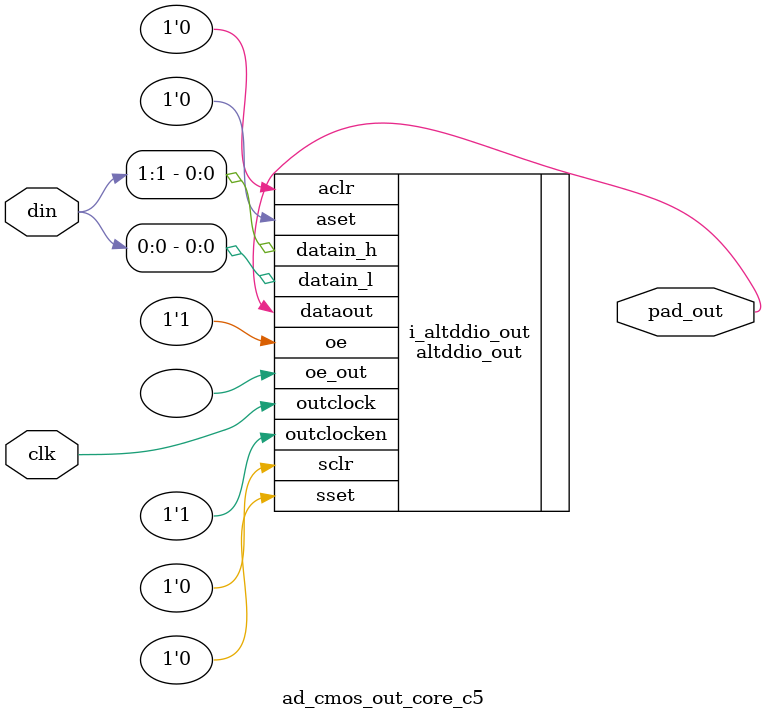
<source format=v>

`timescale 1ns/1ps

module ad_cmos_out_core_c5 (

  // data interface

  input               clk,
  input   [ 1:0]      din,
  output              pad_out);

  // instantiations

  altddio_out #(
    .width (1),
    .lpm_hint ("UNUSED"))
  i_altddio_out (
    .outclock (clk),
    .datain_h (din[1]),
    .datain_l (din[0]),
    .dataout (pad_out),
    .outclocken (1'b1),
    .oe_out (),
    .oe (1'b1),
    .aclr (1'b0),
    .aset (1'b0),
    .sclr (1'b0),
    .sset (1'b0));

endmodule

// ***************************************************************************
// ***************************************************************************

</source>
